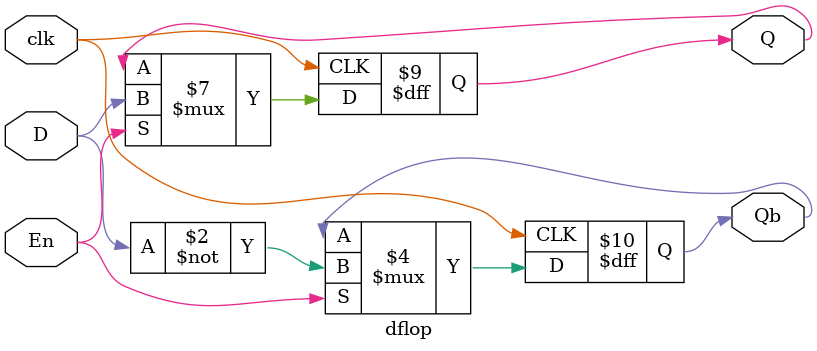
<source format=v>

module dflop (Q, Qb, D, clk, En);

    input D, clk, En;
    output reg Q, Qb;

always @(posedge clk) begin
    
    if (En) begin

        Q = D;
        Qb = ~Q;

    end

end
    
endmodule
</source>
